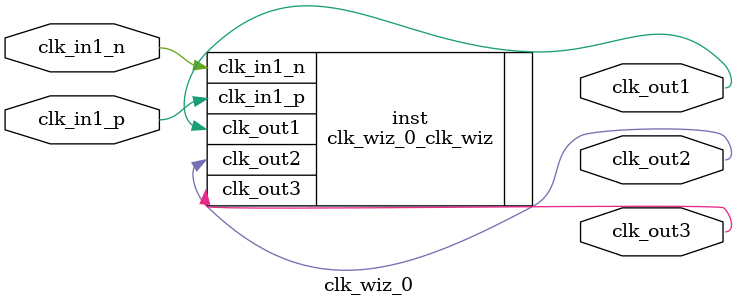
<source format=v>


`timescale 1ps/1ps

(* CORE_GENERATION_INFO = "clk_wiz_0,clk_wiz_v6_0_5_0_0,{component_name=clk_wiz_0,use_phase_alignment=true,use_min_o_jitter=false,use_max_i_jitter=false,use_dyn_phase_shift=false,use_inclk_switchover=false,use_dyn_reconfig=false,enable_axi=0,feedback_source=FDBK_AUTO,PRIMITIVE=MMCM,num_out_clk=3,clkin1_period=2.000,clkin2_period=10.0,use_power_down=false,use_reset=false,use_locked=false,use_inclk_stopped=false,feedback_type=SINGLE,CLOCK_MGR_TYPE=NA,manual_override=false}" *)

module clk_wiz_0 
 (
  // Clock out ports
  output        clk_out1,
  output        clk_out2,
  output        clk_out3,
 // Clock in ports
  input         clk_in1_p,
  input         clk_in1_n
 );

  clk_wiz_0_clk_wiz inst
  (
  // Clock out ports  
  .clk_out1(clk_out1),
  .clk_out2(clk_out2),
  .clk_out3(clk_out3),
 // Clock in ports
  .clk_in1_p(clk_in1_p),
  .clk_in1_n(clk_in1_n)
  );

endmodule

</source>
